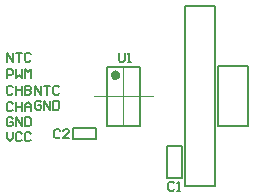
<source format=gto>
G04*
G04 #@! TF.GenerationSoftware,Altium Limited,Altium Designer,19.1.5 (86)*
G04*
G04 Layer_Color=65535*
%FSLAX25Y25*%
%MOIN*%
G70*
G01*
G75*
%ADD10C,0.01600*%
%ADD11C,0.00500*%
%ADD12C,0.00787*%
%ADD13C,0.00050*%
D10*
X-1800Y6900D02*
G03*
X-1800Y6900I-800J0D01*
G01*
D11*
X14400Y-27300D02*
X19600Y-27300D01*
X14400Y-16700D02*
X19600D01*
X19600Y-27300D02*
X19600Y-16700D01*
X14400Y-27300D02*
X14400Y-16700D01*
X-16900Y-10600D02*
X-9100D01*
Y-14400D02*
Y-10600D01*
X-16900Y-14400D02*
Y-10600D01*
Y-14400D02*
X-9100D01*
X-27333Y-2001D02*
X-27833Y-1501D01*
X-28832D01*
X-29332Y-2001D01*
Y-4000D01*
X-28832Y-4500D01*
X-27833D01*
X-27333Y-4000D01*
Y-3001D01*
X-28332D01*
X-26333Y-4500D02*
Y-1501D01*
X-24334Y-4500D01*
Y-1501D01*
X-23334D02*
Y-4500D01*
X-21835D01*
X-21335Y-4000D01*
Y-2001D01*
X-21835Y-1501D01*
X-23334D01*
X-29332Y500D02*
Y3499D01*
X-27333Y500D01*
Y3499D01*
X-26333D02*
X-24334D01*
X-25333D01*
Y500D01*
X-21335Y2999D02*
X-21835Y3499D01*
X-22834D01*
X-23334Y2999D01*
Y1000D01*
X-22834Y500D01*
X-21835D01*
X-21335Y1000D01*
X-38832Y11500D02*
Y14499D01*
X-36833Y11500D01*
Y14499D01*
X-35833D02*
X-33834D01*
X-34833D01*
Y11500D01*
X-30835Y13999D02*
X-31334Y14499D01*
X-32334D01*
X-32834Y13999D01*
Y12000D01*
X-32334Y11500D01*
X-31334D01*
X-30835Y12000D01*
X-38832Y6000D02*
Y8999D01*
X-37333D01*
X-36833Y8499D01*
Y7500D01*
X-37333Y7000D01*
X-38832D01*
X-35833Y8999D02*
Y6000D01*
X-34833Y7000D01*
X-33834Y6000D01*
Y8999D01*
X-32834Y6000D02*
Y8999D01*
X-31834Y7999D01*
X-30835Y8999D01*
Y6000D01*
X-36833Y2999D02*
X-37333Y3499D01*
X-38332D01*
X-38832Y2999D01*
Y1000D01*
X-38332Y500D01*
X-37333D01*
X-36833Y1000D01*
X-35833Y3499D02*
Y500D01*
Y2000D01*
X-33834D01*
Y3499D01*
Y500D01*
X-32834Y3499D02*
Y500D01*
X-31334D01*
X-30835Y1000D01*
Y1500D01*
X-31334Y2000D01*
X-32834D01*
X-31334D01*
X-30835Y2499D01*
Y2999D01*
X-31334Y3499D01*
X-32834D01*
X-36833Y-2501D02*
X-37333Y-2001D01*
X-38332D01*
X-38832Y-2501D01*
Y-4500D01*
X-38332Y-5000D01*
X-37333D01*
X-36833Y-4500D01*
X-35833Y-2001D02*
Y-5000D01*
Y-3500D01*
X-33834D01*
Y-2001D01*
Y-5000D01*
X-32834D02*
Y-3001D01*
X-31834Y-2001D01*
X-30835Y-3001D01*
Y-5000D01*
Y-3500D01*
X-32834D01*
X-36833Y-7501D02*
X-37333Y-7001D01*
X-38332D01*
X-38832Y-7501D01*
Y-9500D01*
X-38332Y-10000D01*
X-37333D01*
X-36833Y-9500D01*
Y-8501D01*
X-37832D01*
X-35833Y-10000D02*
Y-7001D01*
X-33834Y-10000D01*
Y-7001D01*
X-32834D02*
Y-10000D01*
X-31334D01*
X-30835Y-9500D01*
Y-7501D01*
X-31334Y-7001D01*
X-32834D01*
X-38832Y-12001D02*
Y-14000D01*
X-37832Y-15000D01*
X-36833Y-14000D01*
Y-12001D01*
X-33834Y-12501D02*
X-34334Y-12001D01*
X-35333D01*
X-35833Y-12501D01*
Y-14500D01*
X-35333Y-15000D01*
X-34334D01*
X-33834Y-14500D01*
X-30835Y-12501D02*
X-31334Y-12001D01*
X-32334D01*
X-32834Y-12501D01*
Y-14500D01*
X-32334Y-15000D01*
X-31334D01*
X-30835Y-14500D01*
X-1500Y14499D02*
Y12000D01*
X-1000Y11500D01*
X-0D01*
X499Y12000D01*
Y14499D01*
X1499Y11500D02*
X2499D01*
X1999D01*
Y14499D01*
X1499Y13999D01*
X-21001Y-11501D02*
X-21500Y-11001D01*
X-22500D01*
X-23000Y-11501D01*
Y-13500D01*
X-22500Y-14000D01*
X-21500D01*
X-21001Y-13500D01*
X-18002Y-14000D02*
X-20001D01*
X-18002Y-12001D01*
Y-11501D01*
X-18501Y-11001D01*
X-19501D01*
X-20001Y-11501D01*
X16999Y-29001D02*
X16499Y-28501D01*
X15500D01*
X15000Y-29001D01*
Y-31000D01*
X15500Y-31500D01*
X16499D01*
X16999Y-31000D01*
X17999Y-31500D02*
X18999D01*
X18499D01*
Y-28501D01*
X17999Y-29001D01*
D12*
X31500Y-10000D02*
Y10000D01*
Y-10000D02*
X41500D01*
Y10000D01*
X31500D02*
X41500D01*
X20500Y30000D02*
X30500D01*
X20500Y-30000D02*
X30500D01*
X20500D02*
Y30000D01*
X30500Y-30000D02*
Y30000D01*
X-5512Y-9843D02*
Y9843D01*
X5512Y-9843D02*
Y9843D01*
X-5512D02*
X5512D01*
X-5512Y-9843D02*
X5512D01*
D13*
X0D02*
Y0D01*
Y9843D01*
Y0D02*
X9843D01*
X-9843D02*
X0D01*
M02*

</source>
